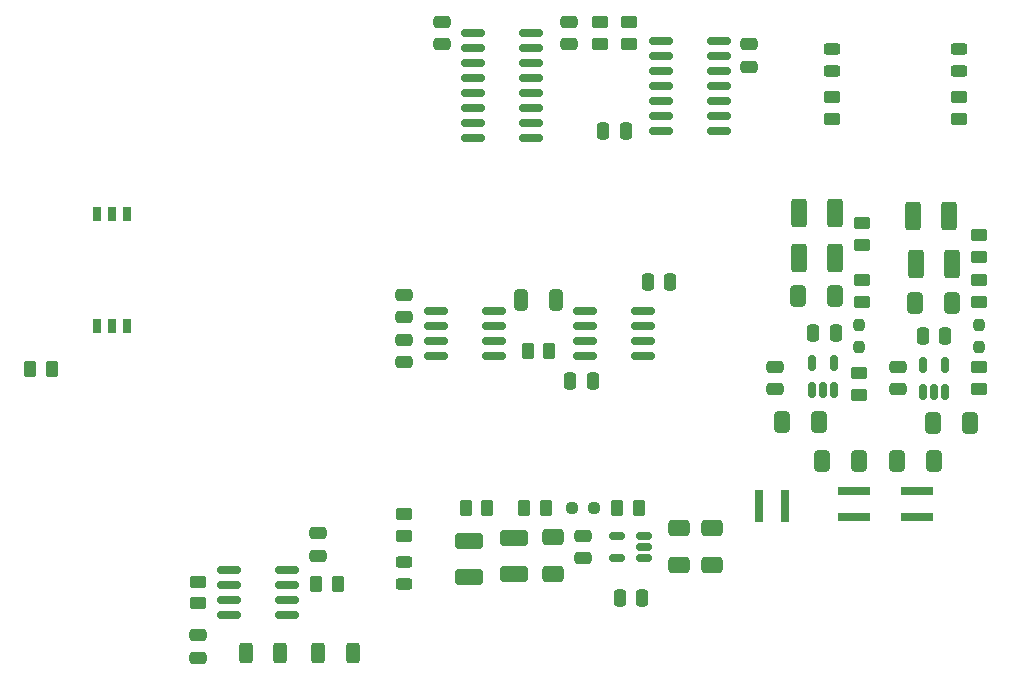
<source format=gbr>
%TF.GenerationSoftware,KiCad,Pcbnew,9.0.4*%
%TF.CreationDate,2025-09-05T01:27:12-04:00*%
%TF.ProjectId,max5719_breakout,6d617835-3731-4395-9f62-7265616b6f75,rev?*%
%TF.SameCoordinates,Original*%
%TF.FileFunction,Paste,Top*%
%TF.FilePolarity,Positive*%
%FSLAX46Y46*%
G04 Gerber Fmt 4.6, Leading zero omitted, Abs format (unit mm)*
G04 Created by KiCad (PCBNEW 9.0.4) date 2025-09-05 01:27:12*
%MOMM*%
%LPD*%
G01*
G04 APERTURE LIST*
G04 Aperture macros list*
%AMRoundRect*
0 Rectangle with rounded corners*
0 $1 Rounding radius*
0 $2 $3 $4 $5 $6 $7 $8 $9 X,Y pos of 4 corners*
0 Add a 4 corners polygon primitive as box body*
4,1,4,$2,$3,$4,$5,$6,$7,$8,$9,$2,$3,0*
0 Add four circle primitives for the rounded corners*
1,1,$1+$1,$2,$3*
1,1,$1+$1,$4,$5*
1,1,$1+$1,$6,$7*
1,1,$1+$1,$8,$9*
0 Add four rect primitives between the rounded corners*
20,1,$1+$1,$2,$3,$4,$5,0*
20,1,$1+$1,$4,$5,$6,$7,0*
20,1,$1+$1,$6,$7,$8,$9,0*
20,1,$1+$1,$8,$9,$2,$3,0*%
G04 Aperture macros list end*
%ADD10RoundRect,0.250000X0.325000X0.650000X-0.325000X0.650000X-0.325000X-0.650000X0.325000X-0.650000X0*%
%ADD11RoundRect,0.250000X0.312500X0.625000X-0.312500X0.625000X-0.312500X-0.625000X0.312500X-0.625000X0*%
%ADD12RoundRect,0.250000X-0.312500X-0.625000X0.312500X-0.625000X0.312500X0.625000X-0.312500X0.625000X0*%
%ADD13RoundRect,0.243750X0.456250X-0.243750X0.456250X0.243750X-0.456250X0.243750X-0.456250X-0.243750X0*%
%ADD14RoundRect,0.243750X-0.456250X0.243750X-0.456250X-0.243750X0.456250X-0.243750X0.456250X0.243750X0*%
%ADD15RoundRect,0.250000X-0.450000X0.262500X-0.450000X-0.262500X0.450000X-0.262500X0.450000X0.262500X0*%
%ADD16RoundRect,0.250000X0.450000X-0.262500X0.450000X0.262500X-0.450000X0.262500X-0.450000X-0.262500X0*%
%ADD17R,0.800000X2.700000*%
%ADD18RoundRect,0.250000X-0.262500X-0.450000X0.262500X-0.450000X0.262500X0.450000X-0.262500X0.450000X0*%
%ADD19RoundRect,0.150000X-0.825000X-0.150000X0.825000X-0.150000X0.825000X0.150000X-0.825000X0.150000X0*%
%ADD20RoundRect,0.250000X-0.412500X-0.650000X0.412500X-0.650000X0.412500X0.650000X-0.412500X0.650000X0*%
%ADD21RoundRect,0.250000X0.420000X0.945000X-0.420000X0.945000X-0.420000X-0.945000X0.420000X-0.945000X0*%
%ADD22RoundRect,0.250000X-0.475000X0.250000X-0.475000X-0.250000X0.475000X-0.250000X0.475000X0.250000X0*%
%ADD23RoundRect,0.250000X-0.650000X0.412500X-0.650000X-0.412500X0.650000X-0.412500X0.650000X0.412500X0*%
%ADD24RoundRect,0.150000X0.825000X0.150000X-0.825000X0.150000X-0.825000X-0.150000X0.825000X-0.150000X0*%
%ADD25RoundRect,0.237500X-0.237500X0.250000X-0.237500X-0.250000X0.237500X-0.250000X0.237500X0.250000X0*%
%ADD26RoundRect,0.250000X0.262500X0.450000X-0.262500X0.450000X-0.262500X-0.450000X0.262500X-0.450000X0*%
%ADD27RoundRect,0.250000X0.250000X0.475000X-0.250000X0.475000X-0.250000X-0.475000X0.250000X-0.475000X0*%
%ADD28RoundRect,0.250000X-0.250000X-0.475000X0.250000X-0.475000X0.250000X0.475000X-0.250000X0.475000X0*%
%ADD29R,2.700000X0.800000*%
%ADD30R,0.800000X1.300000*%
%ADD31RoundRect,0.250000X0.945000X-0.420000X0.945000X0.420000X-0.945000X0.420000X-0.945000X-0.420000X0*%
%ADD32RoundRect,0.250000X0.475000X-0.250000X0.475000X0.250000X-0.475000X0.250000X-0.475000X-0.250000X0*%
%ADD33RoundRect,0.150000X0.150000X-0.512500X0.150000X0.512500X-0.150000X0.512500X-0.150000X-0.512500X0*%
%ADD34RoundRect,0.250000X0.412500X0.650000X-0.412500X0.650000X-0.412500X-0.650000X0.412500X-0.650000X0*%
%ADD35RoundRect,0.250000X-0.420000X-0.945000X0.420000X-0.945000X0.420000X0.945000X-0.420000X0.945000X0*%
%ADD36RoundRect,0.150000X0.512500X0.150000X-0.512500X0.150000X-0.512500X-0.150000X0.512500X-0.150000X0*%
%ADD37RoundRect,0.237500X-0.250000X-0.237500X0.250000X-0.237500X0.250000X0.237500X-0.250000X0.237500X0*%
%ADD38RoundRect,0.250000X0.650000X-0.412500X0.650000X0.412500X-0.650000X0.412500X-0.650000X-0.412500X0*%
G04 APERTURE END LIST*
D10*
%TO.C,C25*%
X69261000Y-60960000D03*
X66311000Y-60960000D03*
%TD*%
D11*
%TO.C,R22*%
X45912500Y-90805000D03*
X42987500Y-90805000D03*
%TD*%
D12*
%TO.C,R21*%
X49145000Y-90805000D03*
X52070000Y-90805000D03*
%TD*%
D13*
%TO.C,D3*%
X103411000Y-41577500D03*
X103411000Y-39702500D03*
%TD*%
D14*
%TO.C,D1*%
X92616000Y-39702500D03*
X92616000Y-41577500D03*
%TD*%
D15*
%TO.C,R12*%
X105062000Y-55475500D03*
X105062000Y-57300500D03*
%TD*%
D16*
%TO.C,R10*%
X105062000Y-68476500D03*
X105062000Y-66651500D03*
%TD*%
D17*
%TO.C,L2*%
X88636000Y-78359000D03*
X86436000Y-78359000D03*
%TD*%
D18*
%TO.C,R7*%
X61628000Y-78552000D03*
X63453000Y-78552000D03*
%TD*%
D19*
%TO.C,U6*%
X62201000Y-38354000D03*
X62201000Y-39624000D03*
X62201000Y-40894000D03*
X62201000Y-42164000D03*
X62201000Y-43434000D03*
X62201000Y-44704000D03*
X62201000Y-45974000D03*
X62201000Y-47244000D03*
X67151000Y-47244000D03*
X67151000Y-45974000D03*
X67151000Y-44704000D03*
X67151000Y-43434000D03*
X67151000Y-42164000D03*
X67151000Y-40894000D03*
X67151000Y-39624000D03*
X67151000Y-38354000D03*
%TD*%
D20*
%TO.C,C15*%
X99689500Y-61214000D03*
X102814500Y-61214000D03*
%TD*%
D21*
%TO.C,C18*%
X102792000Y-57912000D03*
X99712000Y-57912000D03*
%TD*%
D20*
%TO.C,C6*%
X101213500Y-71374000D03*
X104338500Y-71374000D03*
%TD*%
D13*
%TO.C,D2*%
X56421000Y-84988000D03*
X56421000Y-83113000D03*
%TD*%
D22*
%TO.C,C22*%
X56356000Y-60518000D03*
X56356000Y-62418000D03*
%TD*%
%TO.C,C26*%
X70391000Y-37404000D03*
X70391000Y-39304000D03*
%TD*%
D23*
%TO.C,C5*%
X82456000Y-80275500D03*
X82456000Y-83400500D03*
%TD*%
D18*
%TO.C,R9*%
X74431500Y-78552000D03*
X76256500Y-78552000D03*
%TD*%
%TO.C,R16*%
X24741500Y-66802000D03*
X26566500Y-66802000D03*
%TD*%
D24*
%TO.C,U9*%
X46524750Y-87630000D03*
X46524750Y-86360000D03*
X46524750Y-85090000D03*
X46524750Y-83820000D03*
X41574750Y-83820000D03*
X41574750Y-85090000D03*
X41574750Y-86360000D03*
X41574750Y-87630000D03*
%TD*%
D15*
%TO.C,R6*%
X94902000Y-67159500D03*
X94902000Y-68984500D03*
%TD*%
D25*
%TO.C,R3*%
X105062000Y-63095500D03*
X105062000Y-64920500D03*
%TD*%
D15*
%TO.C,R11*%
X105062000Y-59285500D03*
X105062000Y-61110500D03*
%TD*%
D16*
%TO.C,R15*%
X103411000Y-45616500D03*
X103411000Y-43791500D03*
%TD*%
D21*
%TO.C,C21*%
X102538000Y-53848000D03*
X99458000Y-53848000D03*
%TD*%
D26*
%TO.C,R17*%
X68698500Y-65278000D03*
X66873500Y-65278000D03*
%TD*%
D27*
%TO.C,C29*%
X72390000Y-67818000D03*
X70490000Y-67818000D03*
%TD*%
D15*
%TO.C,R23*%
X38969750Y-84812500D03*
X38969750Y-86637500D03*
%TD*%
D28*
%TO.C,C12*%
X100302000Y-64008000D03*
X102202000Y-64008000D03*
%TD*%
D29*
%TO.C,L1*%
X94461000Y-79358000D03*
X94461000Y-77158000D03*
%TD*%
D30*
%TO.C,U4*%
X30386000Y-63170000D03*
X31656000Y-63170000D03*
X32926000Y-63170000D03*
X32926000Y-53670000D03*
X31656000Y-53670000D03*
X30386000Y-53670000D03*
%TD*%
D31*
%TO.C,C17*%
X65692000Y-84156000D03*
X65692000Y-81076000D03*
%TD*%
D32*
%TO.C,C11*%
X71534000Y-82804000D03*
X71534000Y-80904000D03*
%TD*%
D31*
%TO.C,C20*%
X61882000Y-84410000D03*
X61882000Y-81330000D03*
%TD*%
D25*
%TO.C,R1*%
X94902000Y-63095500D03*
X94902000Y-64920500D03*
%TD*%
D33*
%TO.C,U1*%
X90904000Y-68574500D03*
X91854000Y-68574500D03*
X92804000Y-68574500D03*
X92804000Y-66299500D03*
X90904000Y-66299500D03*
%TD*%
D15*
%TO.C,R14*%
X56421000Y-79074000D03*
X56421000Y-80899000D03*
%TD*%
D28*
%TO.C,C10*%
X91031000Y-63754000D03*
X92931000Y-63754000D03*
%TD*%
D24*
%TO.C,U7*%
X76643000Y-65659000D03*
X76643000Y-64389000D03*
X76643000Y-63119000D03*
X76643000Y-61849000D03*
X71693000Y-61849000D03*
X71693000Y-63119000D03*
X71693000Y-64389000D03*
X71693000Y-65659000D03*
%TD*%
D34*
%TO.C,C3*%
X101290500Y-74549000D03*
X98165500Y-74549000D03*
%TD*%
D32*
%TO.C,C32*%
X49129750Y-82611000D03*
X49129750Y-80711000D03*
%TD*%
D27*
%TO.C,C8*%
X76548000Y-86172000D03*
X74648000Y-86172000D03*
%TD*%
D22*
%TO.C,C24*%
X59596000Y-37404000D03*
X59596000Y-39304000D03*
%TD*%
D28*
%TO.C,C30*%
X77028000Y-59436000D03*
X78928000Y-59436000D03*
%TD*%
D32*
%TO.C,C7*%
X87790000Y-68514000D03*
X87790000Y-66614000D03*
%TD*%
D35*
%TO.C,C19*%
X89806000Y-53594000D03*
X92886000Y-53594000D03*
%TD*%
D32*
%TO.C,C9*%
X98204000Y-68514000D03*
X98204000Y-66614000D03*
%TD*%
D22*
%TO.C,C31*%
X38969750Y-89347000D03*
X38969750Y-91247000D03*
%TD*%
D15*
%TO.C,R5*%
X95156000Y-59285500D03*
X95156000Y-61110500D03*
%TD*%
%TO.C,R19*%
X72996000Y-37441500D03*
X72996000Y-39266500D03*
%TD*%
D16*
%TO.C,R13*%
X92616000Y-45616500D03*
X92616000Y-43791500D03*
%TD*%
D29*
%TO.C,L3*%
X99822000Y-79332000D03*
X99822000Y-77132000D03*
%TD*%
D24*
%TO.C,U8*%
X83091000Y-46609000D03*
X83091000Y-45339000D03*
X83091000Y-44069000D03*
X83091000Y-42799000D03*
X83091000Y-41529000D03*
X83091000Y-40259000D03*
X83091000Y-38989000D03*
X78141000Y-38989000D03*
X78141000Y-40259000D03*
X78141000Y-41529000D03*
X78141000Y-42799000D03*
X78141000Y-44069000D03*
X78141000Y-45339000D03*
X78141000Y-46609000D03*
%TD*%
D18*
%TO.C,R20*%
X48979250Y-84963000D03*
X50804250Y-84963000D03*
%TD*%
D19*
%TO.C,U5*%
X59088000Y-61849000D03*
X59088000Y-63119000D03*
X59088000Y-64389000D03*
X59088000Y-65659000D03*
X64038000Y-65659000D03*
X64038000Y-64389000D03*
X64038000Y-63119000D03*
X64038000Y-61849000D03*
%TD*%
D32*
%TO.C,C27*%
X85631000Y-41209000D03*
X85631000Y-39309000D03*
%TD*%
D15*
%TO.C,R4*%
X95156000Y-54459500D03*
X95156000Y-56284500D03*
%TD*%
D20*
%TO.C,C1*%
X91815500Y-74549000D03*
X94940500Y-74549000D03*
%TD*%
D36*
%TO.C,U2*%
X76735500Y-82804000D03*
X76735500Y-81854000D03*
X76735500Y-80904000D03*
X74460500Y-80904000D03*
X74460500Y-82804000D03*
%TD*%
D22*
%TO.C,C23*%
X56356000Y-64328000D03*
X56356000Y-66228000D03*
%TD*%
D20*
%TO.C,C13*%
X89783500Y-60579000D03*
X92908500Y-60579000D03*
%TD*%
D15*
%TO.C,R18*%
X75471000Y-37441500D03*
X75471000Y-39266500D03*
%TD*%
D28*
%TO.C,C28*%
X73251000Y-46609000D03*
X75151000Y-46609000D03*
%TD*%
D35*
%TO.C,C16*%
X89806000Y-57404000D03*
X92886000Y-57404000D03*
%TD*%
D37*
%TO.C,R2*%
X70621500Y-78552000D03*
X72446500Y-78552000D03*
%TD*%
D18*
%TO.C,R8*%
X66557500Y-78552000D03*
X68382500Y-78552000D03*
%TD*%
D33*
%TO.C,U3*%
X100302000Y-68701500D03*
X101252000Y-68701500D03*
X102202000Y-68701500D03*
X102202000Y-66426500D03*
X100302000Y-66426500D03*
%TD*%
D38*
%TO.C,C14*%
X68994000Y-84178500D03*
X68994000Y-81053500D03*
%TD*%
D34*
%TO.C,C4*%
X91511500Y-71247000D03*
X88386500Y-71247000D03*
%TD*%
D23*
%TO.C,C2*%
X79642000Y-80279500D03*
X79642000Y-83404500D03*
%TD*%
M02*

</source>
